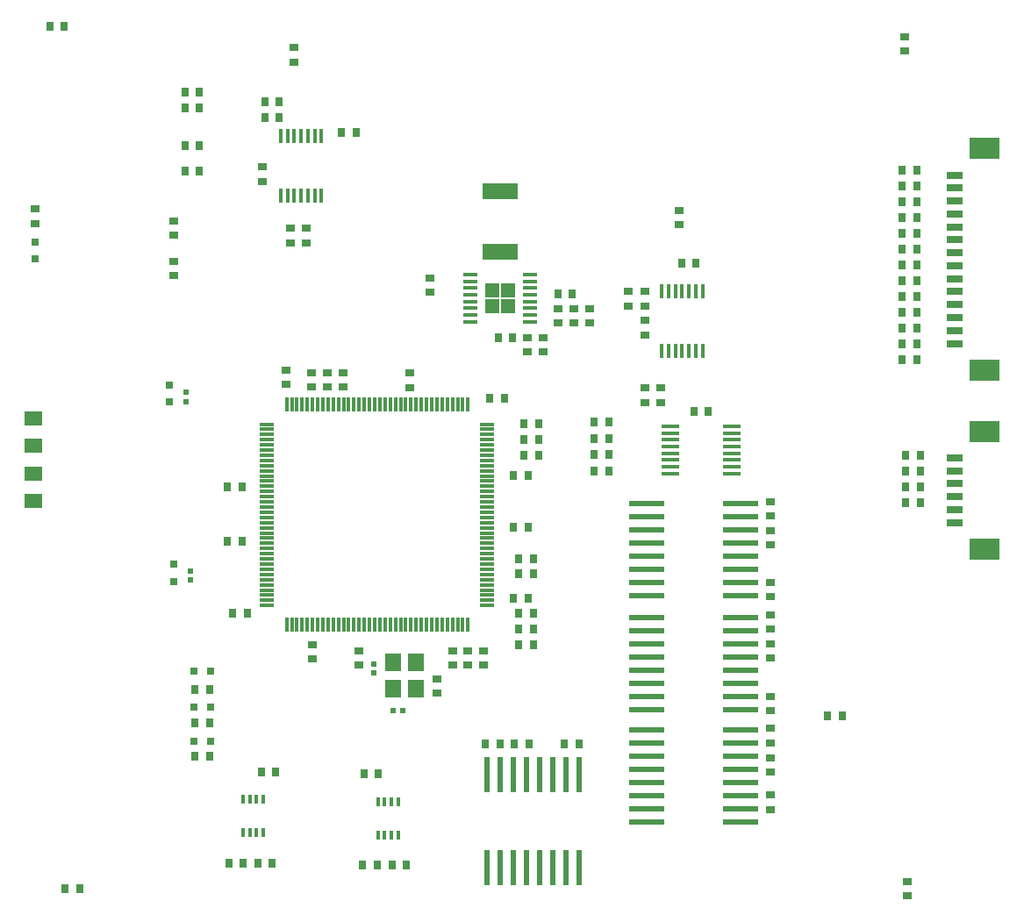
<source format=gbr>
%TF.GenerationSoftware,Altium Limited,Altium Designer,21.6.4 (81)*%
G04 Layer_Color=8421504*
%FSLAX26Y26*%
%MOIN*%
%TF.SameCoordinates,8BEB2CB1-843D-409B-AEA6-C59BAE6679C3*%
%TF.FilePolarity,Positive*%
%TF.FileFunction,Paste,Top*%
%TF.Part,Single*%
G01*
G75*
%TA.AperFunction,ConnectorPad*%
%ADD10R,0.118110X0.082677*%
%ADD11R,0.062992X0.031496*%
%TA.AperFunction,SMDPad,CuDef*%
%ADD12R,0.011811X0.035433*%
%ADD13R,0.031496X0.035433*%
%ADD14R,0.134646X0.058661*%
%ADD15R,0.013780X0.055118*%
%ADD16R,0.035433X0.031496*%
%ADD17R,0.021654X0.021654*%
%ADD18R,0.031496X0.031496*%
%ADD19R,0.055118X0.013780*%
%ADD21R,0.031496X0.031496*%
%ADD22R,0.137795X0.023622*%
%ADD23R,0.023622X0.137795*%
%ADD24R,0.013780X0.053150*%
%ADD25R,0.053150X0.013780*%
%ADD26R,0.021654X0.021654*%
%ADD27R,0.059055X0.066929*%
%ADD28R,0.070079X0.016535*%
%ADD29R,0.070866X0.055118*%
G36*
X1846457Y2407480D02*
X1793331D01*
Y2354354D01*
X1846457D01*
Y2407480D01*
D02*
G37*
G36*
Y2468480D02*
X1793331D01*
Y2415354D01*
X1846457D01*
Y2468480D01*
D02*
G37*
G36*
X1907457Y2407480D02*
X1854331D01*
Y2354354D01*
X1907457D01*
Y2407480D01*
D02*
G37*
G36*
Y2468480D02*
X1854331D01*
Y2415354D01*
X1907457D01*
Y2468480D01*
D02*
G37*
D10*
X3690945Y2138346D02*
D03*
Y2978898D02*
D03*
Y1457677D02*
D03*
Y1904528D02*
D03*
D11*
X3576772Y2878504D02*
D03*
Y2829291D02*
D03*
Y2780079D02*
D03*
Y2730866D02*
D03*
Y2681653D02*
D03*
Y2632441D02*
D03*
Y2583228D02*
D03*
Y2534016D02*
D03*
Y2484803D02*
D03*
Y2435590D02*
D03*
Y2386378D02*
D03*
Y2337165D02*
D03*
Y2287953D02*
D03*
Y2238740D02*
D03*
Y1656496D02*
D03*
Y1804134D02*
D03*
Y1754921D02*
D03*
Y1705709D02*
D03*
Y1607284D02*
D03*
Y1558071D02*
D03*
D12*
X899409Y507165D02*
D03*
Y380000D02*
D03*
X925000Y507165D02*
D03*
Y380000D02*
D03*
X873819D02*
D03*
X950591D02*
D03*
X873819Y507165D02*
D03*
X950591D02*
D03*
X1412205Y498583D02*
D03*
Y371417D02*
D03*
X1437795Y498583D02*
D03*
Y371417D02*
D03*
X1386614D02*
D03*
X1463386D02*
D03*
X1386614Y498583D02*
D03*
X1463386D02*
D03*
D13*
X1439134Y258543D02*
D03*
X1494252D02*
D03*
X1384016D02*
D03*
X1328898D02*
D03*
X820000Y265000D02*
D03*
X875118D02*
D03*
X985354D02*
D03*
X930236D02*
D03*
X942441Y610000D02*
D03*
X997559D02*
D03*
X1387559Y605000D02*
D03*
X1332441D02*
D03*
X2208661Y1878596D02*
D03*
X2263780D02*
D03*
X2208661Y1940262D02*
D03*
X2263780D02*
D03*
X1960630Y716535D02*
D03*
X1905512D02*
D03*
X1795275D02*
D03*
X1850394D02*
D03*
X2094488D02*
D03*
X2149606D02*
D03*
X3094488Y822835D02*
D03*
X3149606D02*
D03*
X708661Y2992126D02*
D03*
X653543D02*
D03*
X708661Y3192913D02*
D03*
X653543D02*
D03*
X1976378Y1212599D02*
D03*
X1921260D02*
D03*
X1976378Y1153543D02*
D03*
X1921260D02*
D03*
X1976378Y1094488D02*
D03*
X1921260D02*
D03*
X2641732Y1980315D02*
D03*
X2586614D02*
D03*
X2208661Y1816929D02*
D03*
X2263780D02*
D03*
X2208661Y1755263D02*
D03*
X2263780D02*
D03*
X956693Y3098425D02*
D03*
X1011811D02*
D03*
X1011811Y3157480D02*
D03*
X956693D02*
D03*
X2069882Y2428150D02*
D03*
X2125000D02*
D03*
X1842520Y2259843D02*
D03*
X1897638D02*
D03*
X1248032Y3039370D02*
D03*
X1303150D02*
D03*
X3433858Y2418504D02*
D03*
X3378740D02*
D03*
X3433858Y2478504D02*
D03*
X3378740D02*
D03*
X3433858Y2538504D02*
D03*
X3378740D02*
D03*
X3433858Y2598504D02*
D03*
X3378740D02*
D03*
X3378740Y2658504D02*
D03*
X3433858D02*
D03*
X3378740Y2718504D02*
D03*
X3433858D02*
D03*
X3433858Y2778504D02*
D03*
X3378740D02*
D03*
X3378740Y2838504D02*
D03*
X3433858D02*
D03*
X3433858Y2178504D02*
D03*
X3378740D02*
D03*
X3433858Y2238504D02*
D03*
X3378740D02*
D03*
X3433858Y2298504D02*
D03*
X3378740D02*
D03*
X3433858Y2358504D02*
D03*
X3378740D02*
D03*
X3378740Y2898504D02*
D03*
X3433858D02*
D03*
X3445709Y1815118D02*
D03*
X3390590D02*
D03*
X3445709Y1695118D02*
D03*
X3390590D02*
D03*
X3445709Y1755118D02*
D03*
X3390590D02*
D03*
X3445709Y1635118D02*
D03*
X3390590D02*
D03*
X253937Y167323D02*
D03*
X198819D02*
D03*
X139764Y3444882D02*
D03*
X194882D02*
D03*
X834646Y1212598D02*
D03*
X889764D02*
D03*
X814961Y1692913D02*
D03*
X870079D02*
D03*
X814961Y1488189D02*
D03*
X870079D02*
D03*
X653543Y2893701D02*
D03*
X708661D02*
D03*
X653543Y3133858D02*
D03*
X708661D02*
D03*
X1956693Y1539370D02*
D03*
X1901575D02*
D03*
X1956693Y1736220D02*
D03*
X1901575D02*
D03*
X1996063Y1814961D02*
D03*
X1940945D02*
D03*
X1996063Y1874016D02*
D03*
X1940945D02*
D03*
X1996063Y1933071D02*
D03*
X1940945D02*
D03*
X1866142Y2031496D02*
D03*
X1811024D02*
D03*
X1956693Y1271653D02*
D03*
X1901575D02*
D03*
X1976378Y1362205D02*
D03*
X1921260D02*
D03*
X1976378Y1421260D02*
D03*
X1921260D02*
D03*
X690945Y925197D02*
D03*
X746063D02*
D03*
X690945Y797244D02*
D03*
X746063D02*
D03*
X690945Y669291D02*
D03*
X746063D02*
D03*
X2539370Y2543307D02*
D03*
X2594488D02*
D03*
D14*
X1850394Y2588583D02*
D03*
Y2818032D02*
D03*
D15*
X1043307Y3026575D02*
D03*
X1068898D02*
D03*
X1094488D02*
D03*
X1120079D02*
D03*
X1145669D02*
D03*
X1120079Y2800197D02*
D03*
X1145669D02*
D03*
X1171260D02*
D03*
X1094488D02*
D03*
X1068898D02*
D03*
X1043307D02*
D03*
X1017716D02*
D03*
Y3026575D02*
D03*
X1171260D02*
D03*
X2465488Y2210945D02*
D03*
Y2437323D02*
D03*
X2491079D02*
D03*
X2516669D02*
D03*
X2542260D02*
D03*
X2567851D02*
D03*
X2593441D02*
D03*
X2567851Y2210945D02*
D03*
X2593441D02*
D03*
X2619032D02*
D03*
Y2437323D02*
D03*
X2542260Y2210945D02*
D03*
X2516669D02*
D03*
X2491079D02*
D03*
D16*
X85000Y2750000D02*
D03*
Y2694882D02*
D03*
X1610236Y909449D02*
D03*
Y964567D02*
D03*
X1507874Y2125984D02*
D03*
Y2070866D02*
D03*
X1669291Y1015748D02*
D03*
Y1070866D02*
D03*
X2877953Y1472441D02*
D03*
Y1527559D02*
D03*
Y1637795D02*
D03*
Y1582677D02*
D03*
X2460197Y2069338D02*
D03*
Y2014220D02*
D03*
X2400197Y2069338D02*
D03*
Y2014220D02*
D03*
X948819Y2854331D02*
D03*
Y2909449D02*
D03*
X1583661Y2433071D02*
D03*
Y2488189D02*
D03*
X2130906Y2371063D02*
D03*
Y2315945D02*
D03*
X1954724Y2206693D02*
D03*
Y2261811D02*
D03*
X2189961Y2371063D02*
D03*
Y2315945D02*
D03*
X2013780Y2206693D02*
D03*
Y2261811D02*
D03*
X2071851Y2371063D02*
D03*
Y2315945D02*
D03*
X2877953Y1330709D02*
D03*
Y1275591D02*
D03*
Y468504D02*
D03*
Y523622D02*
D03*
Y775591D02*
D03*
Y720472D02*
D03*
Y610236D02*
D03*
Y665354D02*
D03*
Y1043307D02*
D03*
Y1098425D02*
D03*
Y897638D02*
D03*
Y842520D02*
D03*
Y1208661D02*
D03*
Y1153543D02*
D03*
X1066929Y3307087D02*
D03*
Y3362205D02*
D03*
X1055079Y2622047D02*
D03*
Y2677165D02*
D03*
X1114173Y2622047D02*
D03*
Y2677165D02*
D03*
X1037205Y2137559D02*
D03*
Y2082441D02*
D03*
X3395669Y139764D02*
D03*
Y194882D02*
D03*
X3385827Y3405512D02*
D03*
Y3350394D02*
D03*
X1787402Y1015748D02*
D03*
Y1070866D02*
D03*
X1137795Y1039370D02*
D03*
Y1094488D02*
D03*
X1314961Y1015748D02*
D03*
Y1070866D02*
D03*
X1135000Y2072441D02*
D03*
Y2127559D02*
D03*
X1194205Y2072724D02*
D03*
Y2127842D02*
D03*
X1255000Y2127559D02*
D03*
Y2072441D02*
D03*
X1728347Y1015748D02*
D03*
Y1070866D02*
D03*
X610236Y2649606D02*
D03*
Y2704724D02*
D03*
Y2496063D02*
D03*
Y2551181D02*
D03*
X2338583Y2381890D02*
D03*
Y2437008D02*
D03*
X2401575Y2437008D02*
D03*
Y2381890D02*
D03*
X2531496Y2744095D02*
D03*
Y2688976D02*
D03*
X2401575Y2271653D02*
D03*
Y2326772D02*
D03*
D17*
X658819Y2053819D02*
D03*
Y2018386D02*
D03*
X1370079Y986220D02*
D03*
Y1021654D02*
D03*
X674842Y1339527D02*
D03*
Y1374961D02*
D03*
D18*
X593819Y2081299D02*
D03*
Y2016339D02*
D03*
X609842Y1335000D02*
D03*
Y1399961D02*
D03*
X85000Y2624961D02*
D03*
Y2560000D02*
D03*
D19*
X1738394Y2500984D02*
D03*
Y2475394D02*
D03*
Y2449803D02*
D03*
Y2424213D02*
D03*
Y2398622D02*
D03*
Y2373032D02*
D03*
Y2347441D02*
D03*
Y2321850D02*
D03*
X1962394D02*
D03*
Y2347441D02*
D03*
Y2373032D02*
D03*
Y2398622D02*
D03*
Y2424213D02*
D03*
Y2449803D02*
D03*
Y2475394D02*
D03*
Y2500984D02*
D03*
D21*
X686024Y856299D02*
D03*
X750984D02*
D03*
X686024Y728346D02*
D03*
X750984D02*
D03*
X686024Y994095D02*
D03*
X750984D02*
D03*
D22*
X2408157Y1480488D02*
D03*
Y1530488D02*
D03*
Y1580488D02*
D03*
Y1630488D02*
D03*
X2762488D02*
D03*
Y1580488D02*
D03*
Y1530488D02*
D03*
Y1480488D02*
D03*
Y1430488D02*
D03*
Y1280488D02*
D03*
Y1330488D02*
D03*
Y1380488D02*
D03*
X2408157Y1430488D02*
D03*
Y1380488D02*
D03*
Y1330488D02*
D03*
Y1280488D02*
D03*
Y619488D02*
D03*
Y669488D02*
D03*
Y719488D02*
D03*
Y769488D02*
D03*
X2762488D02*
D03*
Y719488D02*
D03*
Y669488D02*
D03*
Y619488D02*
D03*
Y569488D02*
D03*
Y419488D02*
D03*
Y469488D02*
D03*
Y519488D02*
D03*
X2408157Y569488D02*
D03*
Y519488D02*
D03*
Y469488D02*
D03*
Y419488D02*
D03*
Y1048488D02*
D03*
Y1098488D02*
D03*
Y1148488D02*
D03*
Y1198488D02*
D03*
X2762488D02*
D03*
Y1148488D02*
D03*
Y1098488D02*
D03*
Y1048488D02*
D03*
Y998488D02*
D03*
Y848488D02*
D03*
Y898488D02*
D03*
Y948488D02*
D03*
X2408157Y998488D02*
D03*
Y948488D02*
D03*
Y898488D02*
D03*
Y848488D02*
D03*
D23*
X1951528Y246740D02*
D03*
X1901528D02*
D03*
X1851528D02*
D03*
X1801528D02*
D03*
Y601071D02*
D03*
X1851528D02*
D03*
X1901528D02*
D03*
X1951528D02*
D03*
X2001528D02*
D03*
X2151528D02*
D03*
X2101528D02*
D03*
X2051528D02*
D03*
X2001528Y246740D02*
D03*
X2051528D02*
D03*
X2101528D02*
D03*
X2151528D02*
D03*
D24*
X1039370Y1169291D02*
D03*
X1059055D02*
D03*
X1078740D02*
D03*
X1098425D02*
D03*
X1118110D02*
D03*
X1137795D02*
D03*
X1157480D02*
D03*
X1177165D02*
D03*
X1196850D02*
D03*
X1216535D02*
D03*
X1236220D02*
D03*
X1255906D02*
D03*
X1275591D02*
D03*
X1295276D02*
D03*
X1314961D02*
D03*
X1334646D02*
D03*
X1354331D02*
D03*
X1374016D02*
D03*
X1393701D02*
D03*
X1413386D02*
D03*
X1433071D02*
D03*
X1452756D02*
D03*
X1472441D02*
D03*
X1492126D02*
D03*
X1511811D02*
D03*
X1531496D02*
D03*
X1551181D02*
D03*
X1570866D02*
D03*
X1590551D02*
D03*
X1610236D02*
D03*
X1629921D02*
D03*
X1649606D02*
D03*
X1669291D02*
D03*
X1688976D02*
D03*
X1708661D02*
D03*
X1728347D02*
D03*
Y2005906D02*
D03*
X1708661D02*
D03*
X1688976D02*
D03*
X1669291D02*
D03*
X1649606D02*
D03*
X1629921D02*
D03*
X1610236D02*
D03*
X1590551D02*
D03*
X1570866D02*
D03*
X1551181D02*
D03*
X1531496D02*
D03*
X1511811D02*
D03*
X1492126D02*
D03*
X1472441D02*
D03*
X1452756D02*
D03*
X1433071D02*
D03*
X1413386D02*
D03*
X1393701D02*
D03*
X1374016D02*
D03*
X1354331D02*
D03*
X1334646D02*
D03*
X1314961D02*
D03*
X1295276D02*
D03*
X1275591D02*
D03*
X1255906D02*
D03*
X1236220D02*
D03*
X1216535D02*
D03*
X1196850D02*
D03*
X1177165D02*
D03*
X1157480D02*
D03*
X1137795D02*
D03*
X1118110D02*
D03*
X1098425D02*
D03*
X1078740D02*
D03*
X1059055D02*
D03*
X1039370D02*
D03*
D25*
X1802165Y1243110D02*
D03*
Y1262795D02*
D03*
Y1282480D02*
D03*
Y1302165D02*
D03*
Y1321850D02*
D03*
Y1341535D02*
D03*
Y1361220D02*
D03*
Y1380906D02*
D03*
Y1400591D02*
D03*
Y1420276D02*
D03*
Y1439961D02*
D03*
Y1459646D02*
D03*
Y1479331D02*
D03*
Y1499016D02*
D03*
Y1518701D02*
D03*
Y1538386D02*
D03*
Y1558071D02*
D03*
Y1577756D02*
D03*
Y1597441D02*
D03*
Y1617126D02*
D03*
Y1636811D02*
D03*
Y1656496D02*
D03*
Y1676181D02*
D03*
Y1695866D02*
D03*
Y1715551D02*
D03*
Y1735236D02*
D03*
Y1754921D02*
D03*
Y1774606D02*
D03*
Y1794291D02*
D03*
Y1813976D02*
D03*
Y1833661D02*
D03*
Y1853346D02*
D03*
Y1873032D02*
D03*
Y1892716D02*
D03*
Y1912401D02*
D03*
Y1932087D02*
D03*
X965551D02*
D03*
Y1912401D02*
D03*
Y1892716D02*
D03*
Y1873032D02*
D03*
Y1853346D02*
D03*
Y1833661D02*
D03*
Y1813976D02*
D03*
Y1794291D02*
D03*
Y1774606D02*
D03*
Y1754921D02*
D03*
Y1735236D02*
D03*
Y1715551D02*
D03*
Y1695866D02*
D03*
Y1676181D02*
D03*
Y1656496D02*
D03*
Y1636811D02*
D03*
Y1617126D02*
D03*
Y1597441D02*
D03*
Y1577756D02*
D03*
Y1558071D02*
D03*
Y1538386D02*
D03*
Y1518701D02*
D03*
Y1499016D02*
D03*
Y1479331D02*
D03*
Y1459646D02*
D03*
Y1439961D02*
D03*
Y1420276D02*
D03*
Y1400591D02*
D03*
Y1380906D02*
D03*
Y1361220D02*
D03*
Y1341535D02*
D03*
Y1321850D02*
D03*
Y1302165D02*
D03*
Y1282480D02*
D03*
Y1262795D02*
D03*
Y1243110D02*
D03*
D26*
X1444882Y842520D02*
D03*
X1480315D02*
D03*
D27*
X1531496Y926378D02*
D03*
Y1026378D02*
D03*
X1444882D02*
D03*
Y926378D02*
D03*
D28*
X2729921Y1796260D02*
D03*
X2498425D02*
D03*
X2729921Y1924213D02*
D03*
Y1898622D02*
D03*
Y1873032D02*
D03*
Y1847441D02*
D03*
Y1821850D02*
D03*
Y1770669D02*
D03*
Y1745079D02*
D03*
X2498425D02*
D03*
Y1770669D02*
D03*
Y1821850D02*
D03*
Y1847441D02*
D03*
Y1873032D02*
D03*
Y1898622D02*
D03*
Y1924213D02*
D03*
D29*
X78740Y1952756D02*
D03*
Y1850394D02*
D03*
Y1641732D02*
D03*
Y1744094D02*
D03*
%TF.MD5,7715f45363632d15235ca7c3569b41af*%
M02*

</source>
